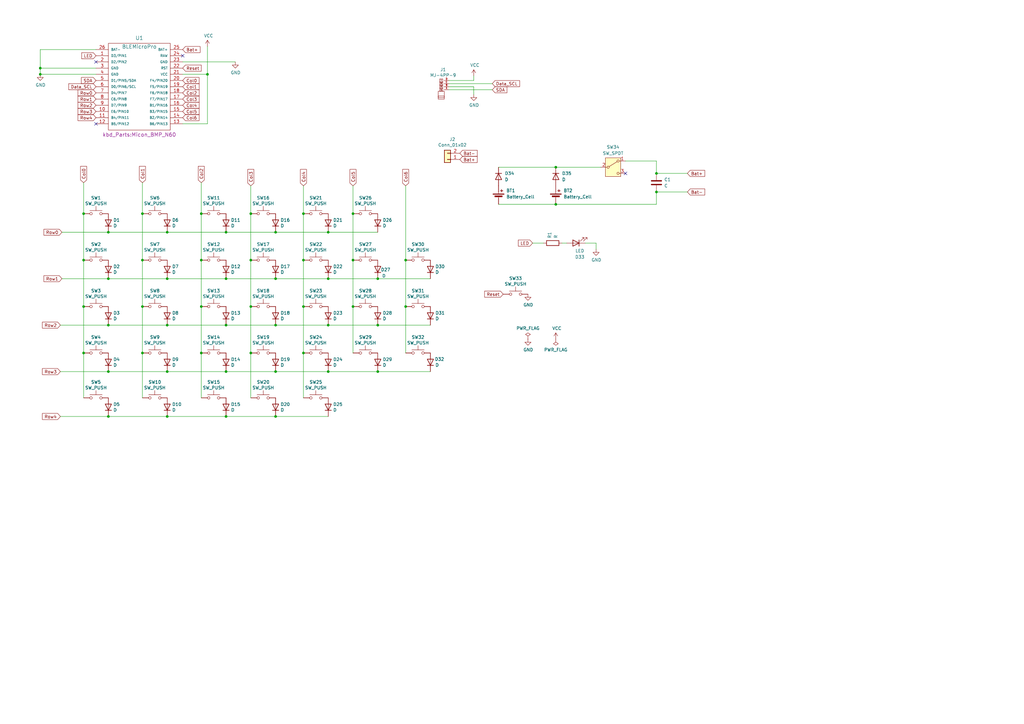
<source format=kicad_sch>
(kicad_sch (version 20250114) (generator "eeschema") (generator_version "9.0")
  (paper "A3")
  (lib_symbols
    (symbol "Connector_Generic:Conn_01x02" (pin_names (offset 1.016) (hide yes))
      (property "Reference" "J" (at 0 2.54 0))
      (property "Value" "Conn_01x02" (at 0 -5.08 0))
      (symbol "Conn_01x02_1_1"
        (rectangle (start -1.27 1.27) (end 1.27 -3.81) (stroke (width 0.254)) (fill (type background)))
        (rectangle (start -1.27 0.127) (end 0 -0.127) (stroke (width 0.1524)))
        (rectangle (start -1.27 -2.413) (end 0 -2.667) (stroke (width 0.1524)))
        (pin passive line (at -5.08 0 0) (length 3.81) (name "Pin_1") (number "1"))
        (pin passive line (at -5.08 -2.54 0) (length 3.81) (name "Pin_2") (number "2"))
      )
    )
    (symbol "D_1" (pin_numbers (hide yes)) (pin_names (offset 1.016) (hide yes))
      (property "Reference" "D" (at 0 2.54 0))
      (property "Value" "D" (at 0 -2.54 0))
      (symbol "D_1_0_1"
        (polyline (pts (xy -1.27 1.27) (xy -1.27 -1.27)) (stroke (width 0.254)))
        (polyline (pts (xy 1.27 1.27) (xy 1.27 -1.27) (xy -1.27 0) (xy 1.27 1.27)) (stroke (width 0.254)))
        (polyline (pts (xy 1.27 0) (xy -1.27 0)))
      )
      (symbol "D_1_1_1"
        (pin passive line (at -3.81 0 0) (length 2.54) (name "K") (number "1"))
        (pin passive line (at 3.81 0 180) (length 2.54) (name "A") (number "2"))
      )
    )
    (symbol "Device:Battery_Cell" (pin_numbers (hide yes)) (pin_names (offset 0) (hide yes))
      (property "Reference" "BT" (at 2.54 2.54 0))
      (property "Value" "Battery_Cell" (at 2.54 0 0))
      (symbol "Battery_Cell_0_1"
        (rectangle (start -2.286 1.778) (end 2.286 1.524) (fill (type outline)))
        (rectangle (start -1.524 1.016) (end 1.524 0.508) (fill (type outline)))
        (polyline (pts (xy 0 1.778) (xy 0 2.54)))
        (polyline (pts (xy 0 0.762) (xy 0 0)))
        (polyline (pts (xy 0.762 3.048) (xy 1.778 3.048)) (stroke (width 0.254)))
        (polyline (pts (xy 1.27 3.556) (xy 1.27 2.54)) (stroke (width 0.254)))
      )
      (symbol "Battery_Cell_1_1"
        (pin passive line (at 0 5.08 270) (length 2.54) (name "+") (number "1"))
        (pin passive line (at 0 -2.54 90) (length 2.54) (name "-") (number "2"))
      )
    )
    (symbol "Device:C" (pin_numbers (hide yes)) (pin_names (offset 0.254))
      (property "Reference" "C" (at 0.635 2.54 0))
      (property "Value" "C" (at 0.635 -2.54 0))
      (symbol "C_0_1"
        (polyline (pts (xy -2.032 0.762) (xy 2.032 0.762)) (stroke (width 0.508)))
        (polyline (pts (xy -2.032 -0.762) (xy 2.032 -0.762)) (stroke (width 0.508)))
      )
      (symbol "C_1_1"
        (pin passive line (at 0 3.81 270) (length 2.794) (name "~") (number "1"))
        (pin passive line (at 0 -3.81 90) (length 2.794) (name "~") (number "2"))
      )
    )
    (symbol "Device:D" (pin_numbers (hide yes)) (pin_names (offset 1.016) (hide yes))
      (property "Reference" "D" (at 0 2.54 0))
      (property "Value" "D" (at 0 -2.54 0))
      (symbol "D_0_1"
        (polyline (pts (xy -1.27 1.27) (xy -1.27 -1.27)) (stroke (width 0.254)))
        (polyline (pts (xy 1.27 1.27) (xy 1.27 -1.27) (xy -1.27 0) (xy 1.27 1.27)) (stroke (width 0.254)))
        (polyline (pts (xy 1.27 0) (xy -1.27 0)))
      )
      (symbol "D_1_1"
        (pin passive line (at -3.81 0 0) (length 2.54) (name "K") (number "1"))
        (pin passive line (at 3.81 0 180) (length 2.54) (name "A") (number "2"))
      )
    )
    (symbol "Device:LED" (pin_numbers (hide yes)) (pin_names (offset 1.016) (hide yes))
      (property "Reference" "D" (at 0 2.54 0))
      (property "Value" "LED" (at 0 -2.54 0))
      (symbol "LED_0_1"
        (polyline (pts (xy -3.048 -0.762) (xy -4.572 -2.286) (xy -3.81 -2.286) (xy -4.572 -2.286) (xy -4.572 -1.524)))
        (polyline (pts (xy -1.778 -0.762) (xy -3.302 -2.286) (xy -2.54 -2.286) (xy -3.302 -2.286) (xy -3.302 -1.524)))
        (polyline (pts (xy -1.27 0) (xy 1.27 0)))
        (polyline (pts (xy -1.27 -1.27) (xy -1.27 1.27)) (stroke (width 0.254)))
        (polyline (pts (xy 1.27 -1.27) (xy 1.27 1.27) (xy -1.27 0) (xy 1.27 -1.27)) (stroke (width 0.254)))
      )
      (symbol "LED_1_1"
        (pin passive line (at -3.81 0 0) (length 2.54) (name "K") (number "1"))
        (pin passive line (at 3.81 0 180) (length 2.54) (name "A") (number "2"))
      )
    )
    (symbol "Device:R" (pin_numbers (hide yes)) (pin_names (offset 0))
      (property "Reference" "R" (at 2.032 0 90))
      (property "Value" "R" (at 0 0 90))
      (symbol "R_0_1"
        (rectangle (start -1.016 -2.54) (end 1.016 2.54) (stroke (width 0.254)))
      )
      (symbol "R_1_1"
        (pin passive line (at 0 3.81 270) (length 1.27) (name "~") (number "1"))
        (pin passive line (at 0 -3.81 90) (length 1.27) (name "~") (number "2"))
      )
    )
    (symbol "Salicylic_kbd:Micon_BLEMicroPro" (pin_names (offset 1.016))
      (property "Reference" "U" (at 0 26.67 0))
      (property "Value" "Micon_BLEMicroPro" (at 0 -13.97 0))
      (symbol "Micon_BLEMicroPro_0_1"
        (rectangle (start 12.7 24.13) (end -12.7 -11.43))
      )
      (symbol "Micon_BLEMicroPro_1_1"
        (pin input line (at -17.78 21.59 0) (length 5.08) (name "BAT-") (number "26"))
        (pin bidirectional line (at -17.78 19.05 0) (length 5.08) (name "D3/PIN1") (number "1"))
        (pin bidirectional line (at -17.78 16.51 0) (length 5.08) (name "D2/PIN2") (number "2"))
        (pin power_in line (at -17.78 13.97 0) (length 5.08) (name "GND") (number "3"))
        (pin power_in line (at -17.78 11.43 0) (length 5.08) (name "GND") (number "4"))
        (pin bidirectional line (at -17.78 8.89 0) (length 5.08) (name "D1/PIN5/SDA") (number "5"))
        (pin bidirectional line (at -17.78 6.35 0) (length 5.08) (name "D0/PIN6/SCL") (number "6"))
        (pin bidirectional line (at -17.78 3.81 0) (length 5.08) (name "D4/PIN7") (number "7"))
        (pin bidirectional line (at -17.78 1.27 0) (length 5.08) (name "C6/PIN8") (number "8"))
        (pin bidirectional line (at -17.78 -1.27 0) (length 5.08) (name "D7/PIN9") (number "9"))
        (pin bidirectional line (at -17.78 -3.81 0) (length 5.08) (name "E6/PIN10") (number "10"))
        (pin bidirectional line (at -17.78 -6.35 0) (length 5.08) (name "B4/PIN11") (number "11"))
        (pin bidirectional line (at -17.78 -8.89 0) (length 5.08) (name "B5/PIN12") (number "12"))
        (pin input line (at 17.78 21.59 180) (length 5.08) (name "BAT+") (number "25"))
        (pin power_out line (at 17.78 19.05 180) (length 5.08) (name "RAW") (number "24"))
        (pin power_in line (at 17.78 16.51 180) (length 5.08) (name "GND") (number "23"))
        (pin input line (at 17.78 13.97 180) (length 5.08) (name "RST") (number "22"))
        (pin power_in line (at 17.78 11.43 180) (length 5.08) (name "VCC") (number "21"))
        (pin bidirectional line (at 17.78 8.89 180) (length 5.08) (name "F4/PIN20") (number "20"))
        (pin bidirectional line (at 17.78 6.35 180) (length 5.08) (name "F5/PIN19") (number "19"))
        (pin bidirectional line (at 17.78 3.81 180) (length 5.08) (name "F6/PIN18") (number "18"))
        (pin bidirectional line (at 17.78 1.27 180) (length 5.08) (name "F7/PIN17") (number "17"))
        (pin bidirectional line (at 17.78 -1.27 180) (length 5.08) (name "B1/PIN16") (number "16"))
        (pin bidirectional line (at 17.78 -3.81 180) (length 5.08) (name "B3/PIN15") (number "15"))
        (pin bidirectional line (at 17.78 -6.35 180) (length 5.08) (name "B2/PIN14") (number "14"))
        (pin bidirectional line (at 17.78 -8.89 180) (length 5.08) (name "B6/PIN13") (number "13"))
      )
    )
    (symbol "Salicylic_kbd:TRRS_MJ-4PP-9" (pin_names (offset 1.016))
      (property "Reference" "J" (at 0 5.08 0))
      (property "Value" "TRRS_MJ-4PP-9" (at 0 -6.985 0))
      (symbol "TRRS_MJ-4PP-9_0_0"
        (text "T" (at 0 2.54 0) (effects (font (size 0.6096 0.6096))))
        (text "R" (at 0 1.27 0) (effects (font (size 0.6096 0.6096))))
        (text "R" (at 0 0 0) (effects (font (size 0.6096 0.6096))))
        (text "S" (at 0 -1.27 0) (effects (font (size 0.6096 0.6096))))
      )
      (symbol "TRRS_MJ-4PP-9_0_1"
        (rectangle (start -1.27 -1.905) (end 1.27 -5.08))
        (rectangle (start -1.27 -3.81) (end 1.27 -4.445))
        (rectangle (start -0.635 3.175) (end 0.635 1.905))
        (rectangle (start -0.635 1.905) (end 0.635 0.635))
        (rectangle (start -0.635 0.635) (end 0.635 -0.635))
        (rectangle (start -0.635 -0.635) (end 0.635 -1.905))
      )
      (symbol "TRRS_MJ-4PP-9_1_1"
        (pin input line (at 3.175 2.54 180) (length 2.0066) (name "~") (number "D"))
        (pin input line (at 3.175 1.27 180) (length 2.0066) (name "~") (number "C"))
        (pin input line (at 3.175 0 180) (length 2.0066) (name "~") (number "B"))
        (pin input line (at 3.175 -1.27 180) (length 2.0066) (name "~") (number "A"))
      )
    )
    (symbol "Switch:SW_Push" (pin_numbers (hide yes)) (pin_names (offset 1.016) (hide yes))
      (property "Reference" "SW" (at 1.27 2.54 0))
      (property "Value" "SW_Push" (at 0 -1.524 0))
      (symbol "SW_Push_0_1"
        (circle (center -2.032 0) (radius 0.508))
        (polyline (pts (xy 0 1.27) (xy 0 3.048)))
        (circle (center 2.032 0) (radius 0.508))
        (polyline (pts (xy 2.54 1.27) (xy -2.54 1.27)))
        (pin passive line (at -5.08 0 0) (length 2.54) (name "1") (number "1"))
        (pin passive line (at 5.08 0 180) (length 2.54) (name "2") (number "2"))
      )
    )
    (symbol "Switch:SW_SPDT" (pin_names (offset 0) (hide yes))
      (property "Reference" "SW" (at 0 5.08 0))
      (property "Value" "SW_SPDT" (at 0 -5.08 0))
      (symbol "SW_SPDT_0_1"
        (circle (center -2.032 0) (radius 0.4572))
        (polyline (pts (xy -1.651 0.254) (xy 1.651 2.286)))
        (circle (center 2.032 2.54) (radius 0.4572))
        (circle (center 2.032 -2.54) (radius 0.4572))
      )
      (symbol "SW_SPDT_1_1"
        (rectangle (start -3.175 3.81) (end 3.175 -3.81) (fill (type background)))
        (pin passive line (at -5.08 0 0) (length 2.54) (name "B") (number "2"))
        (pin passive line (at 5.08 2.54 180) (length 2.54) (name "A") (number "1"))
        (pin passive line (at 5.08 -2.54 180) (length 2.54) (name "C") (number "3"))
      )
    )
    (symbol "power:GND" (power) (pin_names (offset 0))
      (property "Value" "GND" (at 0 -3.81 0))
      (symbol "GND_0_1"
        (polyline (pts (xy 0 0) (xy 0 -1.27) (xy 1.27 -1.27) (xy 0 -2.54) (xy -1.27 -1.27) (xy 0 -1.27)))
      )
      (symbol "GND_1_1"
        (pin power_in line (at 0 0 270) (length 0) (hide yes) (name "GND") (number "1"))
      )
    )
    (symbol "power:PWR_FLAG" (power) (pin_numbers (hide yes)) (pin_names (offset 0) (hide yes))
      (property "Value" "PWR_FLAG" (at 0 3.81 0))
      (symbol "PWR_FLAG_0_0"
        (pin power_out line (at 0 0 90) (length 0) (name "pwr") (number "1"))
      )
      (symbol "PWR_FLAG_0_1"
        (polyline (pts (xy 0 0) (xy 0 1.27) (xy -1.016 1.905) (xy 0 2.54) (xy 1.016 1.905) (xy 0 1.27)))
      )
    )
    (symbol "power:VCC" (power) (pin_names (offset 0))
      (property "Value" "VCC" (at 0 3.81 0))
      (symbol "VCC_0_1"
        (polyline (pts (xy -0.762 1.27) (xy 0 2.54)))
        (polyline (pts (xy 0 2.54) (xy 0.762 1.27)))
        (polyline (pts (xy 0 0) (xy 0 2.54)))
      )
      (symbol "VCC_1_1"
        (pin power_in line (at 0 0 90) (length 0) (hide yes) (name "VCC") (number "1"))
      )
    )
  )
  (junction (at 166.37 106.68))
  (junction (at 82.55 144.78))
  (junction (at 92.71 95.25))
  (junction (at 92.71 152.4))
  (junction (at 102.87 144.78))
  (junction (at 58.42 144.78))
  (junction (at 227.965 83.82))
  (junction (at 113.03 114.3))
  (junction (at 68.58 114.3))
  (junction (at 113.03 170.815))
  (junction (at 124.46 106.68))
  (junction (at 166.37 125.73))
  (junction (at 44.45 95.25))
  (junction (at 102.87 125.73))
  (junction (at 34.29 87.63))
  (junction (at 82.55 125.73))
  (junction (at 16.51 30.48))
  (junction (at 113.03 95.25))
  (junction (at 68.58 170.815))
  (junction (at 44.45 170.815))
  (junction (at 92.71 133.35))
  (junction (at 154.94 114.3))
  (junction (at 68.58 133.35))
  (junction (at 44.45 114.3))
  (junction (at 154.94 152.4))
  (junction (at 134.62 114.3))
  (junction (at 92.71 170.815))
  (junction (at 113.03 133.35))
  (junction (at 227.965 68.58))
  (junction (at 44.45 152.4))
  (junction (at 34.29 125.73))
  (junction (at 68.58 95.25))
  (junction (at 113.03 152.4))
  (junction (at 269.24 71.12))
  (junction (at 16.51 27.94))
  (junction (at 82.55 106.68))
  (junction (at 124.46 125.73))
  (junction (at 58.42 87.63))
  (junction (at 68.58 152.4))
  (junction (at 85.09 30.48))
  (junction (at 82.55 87.63))
  (junction (at 124.46 87.63))
  (junction (at 44.45 133.35))
  (junction (at 124.46 144.78))
  (junction (at 34.29 106.68))
  (junction (at 144.78 106.68))
  (junction (at 144.78 87.63))
  (junction (at 102.87 87.63))
  (junction (at 134.62 95.25))
  (junction (at 58.42 125.73))
  (junction (at 134.62 133.35))
  (junction (at 269.24 78.74))
  (junction (at 92.71 114.3))
  (junction (at 34.29 144.78))
  (junction (at 58.42 106.68))
  (junction (at 154.94 133.35))
  (junction (at 134.62 152.4))
  (junction (at 102.87 106.68))
  (junction (at 144.78 125.73))
  (no_connect (at 256.54 71.12))
  (no_connect (at 74.93 22.86))
  (no_connect (at 39.37 50.8))
  (no_connect (at 39.37 25.4))
  (wire (pts (xy 218.44 99.695) (xy 222.885 99.695)))
  (wire (pts (xy 154.94 114.3) (xy 176.53 114.3)))
  (wire (pts (xy 39.37 20.32) (xy 16.51 20.32)))
  (wire (pts (xy 34.29 87.63) (xy 34.29 106.68)))
  (wire (pts (xy 34.29 144.78) (xy 34.29 163.195)))
  (wire (pts (xy 82.55 125.73) (xy 82.55 144.78)))
  (wire (pts (xy 58.42 144.78) (xy 58.42 163.195)))
  (wire (pts (xy 82.55 144.78) (xy 82.55 163.195)))
  (wire (pts (xy 92.71 133.35) (xy 113.03 133.35)))
  (wire (pts (xy 44.45 152.4) (xy 68.58 152.4)))
  (wire (pts (xy 240.03 99.695) (xy 244.475 99.695)))
  (wire (pts (xy 58.42 74.93) (xy 58.42 87.63)))
  (wire (pts (xy 68.58 133.35) (xy 92.71 133.35)))
  (wire (pts (xy 92.71 170.815) (xy 113.03 170.815)))
  (wire (pts (xy 184.15 35.56) (xy 194.31 35.56)))
  (wire (pts (xy 134.62 114.3) (xy 154.94 114.3)))
  (wire (pts (xy 227.965 83.82) (xy 269.24 83.82)))
  (wire (pts (xy 134.62 152.4) (xy 154.94 152.4)))
  (wire (pts (xy 244.475 99.695) (xy 244.475 102.235)))
  (wire (pts (xy 92.71 95.25) (xy 113.03 95.25)))
  (wire (pts (xy 58.42 87.63) (xy 58.42 106.68)))
  (wire (pts (xy 92.71 114.3) (xy 113.03 114.3)))
  (wire (pts (xy 113.03 95.25) (xy 134.62 95.25)))
  (wire (pts (xy 24.765 133.35) (xy 44.45 133.35)))
  (wire (pts (xy 102.87 76.2) (xy 102.87 87.63)))
  (wire (pts (xy 34.29 125.73) (xy 34.29 144.78)))
  (wire (pts (xy 74.93 50.8) (xy 85.09 50.8)))
  (wire (pts (xy 144.78 76.2) (xy 144.78 87.63)))
  (wire (pts (xy 39.37 30.48) (xy 16.51 30.48)))
  (wire (pts (xy 34.29 106.68) (xy 34.29 125.73)))
  (wire (pts (xy 68.58 95.25) (xy 92.71 95.25)))
  (wire (pts (xy 194.31 35.56) (xy 194.31 38.735)))
  (wire (pts (xy 85.09 30.48) (xy 85.09 19.05)))
  (wire (pts (xy 34.29 74.93) (xy 34.29 87.63)))
  (wire (pts (xy 68.58 114.3) (xy 92.71 114.3)))
  (wire (pts (xy 82.55 106.68) (xy 82.55 125.73)))
  (wire (pts (xy 82.55 74.93) (xy 82.55 87.63)))
  (wire (pts (xy 113.03 152.4) (xy 134.62 152.4)))
  (wire (pts (xy 184.15 36.83) (xy 201.93 36.83)))
  (wire (pts (xy 227.965 68.58) (xy 246.38 68.58)))
  (wire (pts (xy 44.45 133.35) (xy 68.58 133.35)))
  (wire (pts (xy 102.87 87.63) (xy 102.87 106.68)))
  (wire (pts (xy 269.24 83.82) (xy 269.24 78.74)))
  (wire (pts (xy 113.03 114.3) (xy 134.62 114.3)))
  (wire (pts (xy 39.37 27.94) (xy 16.51 27.94)))
  (wire (pts (xy 256.54 66.04) (xy 269.24 66.04)))
  (wire (pts (xy 134.62 95.25) (xy 154.94 95.25)))
  (wire (pts (xy 24.765 152.4) (xy 44.45 152.4)))
  (wire (pts (xy 269.24 78.74) (xy 281.94 78.74)))
  (wire (pts (xy 166.37 106.68) (xy 166.37 125.73)))
  (wire (pts (xy 144.78 87.63) (xy 144.78 106.68)))
  (wire (pts (xy 58.42 125.73) (xy 58.42 144.78)))
  (wire (pts (xy 68.58 170.815) (xy 92.71 170.815)))
  (wire (pts (xy 44.45 170.815) (xy 68.58 170.815)))
  (wire (pts (xy 85.09 50.8) (xy 85.09 30.48)))
  (wire (pts (xy 68.58 152.4) (xy 92.71 152.4)))
  (wire (pts (xy 102.87 125.73) (xy 102.87 144.78)))
  (wire (pts (xy 16.51 27.94) (xy 16.51 30.48)))
  (wire (pts (xy 154.94 152.4) (xy 176.53 152.4)))
  (wire (pts (xy 58.42 106.68) (xy 58.42 125.73)))
  (wire (pts (xy 16.51 20.32) (xy 16.51 27.94)))
  (wire (pts (xy 24.765 170.815) (xy 44.45 170.815)))
  (wire (pts (xy 124.46 76.2) (xy 124.46 87.63)))
  (wire (pts (xy 102.87 144.78) (xy 102.87 163.195)))
  (wire (pts (xy 96.52 25.4) (xy 74.93 25.4)))
  (wire (pts (xy 124.46 106.68) (xy 124.46 125.73)))
  (wire (pts (xy 184.15 34.29) (xy 201.93 34.29)))
  (wire (pts (xy 230.505 99.695) (xy 232.41 99.695)))
  (wire (pts (xy 44.45 114.3) (xy 68.58 114.3)))
  (wire (pts (xy 124.46 87.63) (xy 124.46 106.68)))
  (wire (pts (xy 204.47 83.82) (xy 227.965 83.82)))
  (wire (pts (xy 184.15 33.02) (xy 194.31 33.02)))
  (wire (pts (xy 144.78 106.68) (xy 144.78 125.73)))
  (wire (pts (xy 176.53 133.35) (xy 154.94 133.35)))
  (wire (pts (xy 92.71 152.4) (xy 113.03 152.4)))
  (wire (pts (xy 194.31 33.02) (xy 194.31 31.115)))
  (wire (pts (xy 25.4 114.3) (xy 44.45 114.3)))
  (wire (pts (xy 166.37 125.73) (xy 166.37 144.78)))
  (wire (pts (xy 269.24 66.04) (xy 269.24 71.12)))
  (wire (pts (xy 204.47 68.58) (xy 227.965 68.58)))
  (wire (pts (xy 124.46 144.78) (xy 124.46 163.195)))
  (wire (pts (xy 102.87 106.68) (xy 102.87 125.73)))
  (wire (pts (xy 134.62 133.35) (xy 154.94 133.35)))
  (wire (pts (xy 269.24 71.12) (xy 281.94 71.12)))
  (wire (pts (xy 144.78 125.73) (xy 144.78 144.78)))
  (wire (pts (xy 166.37 76.2) (xy 166.37 106.68)))
  (wire (pts (xy 74.93 30.48) (xy 85.09 30.48)))
  (wire (pts (xy 44.45 95.25) (xy 68.58 95.25)))
  (wire (pts (xy 25.4 95.25) (xy 44.45 95.25)))
  (wire (pts (xy 82.55 87.63) (xy 82.55 106.68)))
  (wire (pts (xy 113.03 170.815) (xy 134.62 170.815)))
  (wire (pts (xy 124.46 125.73) (xy 124.46 144.78)))
  (wire (pts (xy 113.03 133.35) (xy 134.62 133.35)))
  (global_label "Bat-" (shape input) (at 188.595 62.865 0) (property "Intersheetrefs" "${INTERSHEET_REFS}" (effects (hide yes))))
  (global_label "Bat+" (shape input) (at 188.595 65.405 0) (property "Intersheetrefs" "${INTERSHEET_REFS}" (effects (hide yes))))
  (global_label "SDA" (shape input) (at 39.37 33.02 180) (property "Intersheetrefs" "${INTERSHEET_REFS}" (effects (hide yes))))
  (global_label "Col0" (shape input) (at 74.93 33.02 0) (property "Intersheetrefs" "${INTERSHEET_REFS}" (effects (hide yes))))
  (global_label "Col2" (shape input) (at 82.55 74.93 90) (property "Intersheetrefs" "${INTERSHEET_REFS}" (effects (hide yes))))
  (global_label "Row4" (shape input) (at 39.37 48.26 180) (property "Intersheetrefs" "${INTERSHEET_REFS}" (effects (hide yes))))
  (global_label "Row1" (shape input) (at 25.4 114.3 180) (property "Intersheetrefs" "${INTERSHEET_REFS}" (effects (hide yes))))
  (global_label "Col2" (shape input) (at 74.93 38.1 0) (property "Intersheetrefs" "${INTERSHEET_REFS}" (effects (hide yes))))
  (global_label "Col0" (shape input) (at 34.29 74.93 90) (property "Intersheetrefs" "${INTERSHEET_REFS}" (effects (hide yes))))
  (global_label "Data_SCL" (shape input) (at 39.37 35.56 180) (property "Intersheetrefs" "${INTERSHEET_REFS}" (effects (hide yes))))
  (global_label "Row2" (shape input) (at 24.765 133.35 180) (property "Intersheetrefs" "${INTERSHEET_REFS}" (effects (hide yes))))
  (global_label "Reset" (shape input) (at 74.93 27.94 0) (property "Intersheetrefs" "${INTERSHEET_REFS}" (effects (hide yes))))
  (global_label "Bat+" (shape input) (at 281.94 71.12 0) (property "Intersheetrefs" "${INTERSHEET_REFS}" (effects (hide yes))))
  (global_label "SDA" (shape input) (at 201.93 36.83 0) (property "Intersheetrefs" "${INTERSHEET_REFS}" (effects (hide yes))))
  (global_label "Row0" (shape input) (at 25.4 95.25 180) (property "Intersheetrefs" "${INTERSHEET_REFS}" (effects (hide yes))))
  (global_label "Row3" (shape input) (at 39.37 45.72 180) (property "Intersheetrefs" "${INTERSHEET_REFS}" (effects (hide yes))))
  (global_label "Col3" (shape input) (at 102.87 76.2 90) (property "Intersheetrefs" "${INTERSHEET_REFS}" (effects (hide yes))))
  (global_label "Row0" (shape input) (at 39.37 38.1 180) (property "Intersheetrefs" "${INTERSHEET_REFS}" (effects (hide yes))))
  (global_label "Col1" (shape input) (at 58.42 74.93 90) (property "Intersheetrefs" "${INTERSHEET_REFS}" (effects (hide yes))))
  (global_label "Reset" (shape input) (at 206.375 120.65 180) (property "Intersheetrefs" "${INTERSHEET_REFS}" (effects (hide yes))))
  (global_label "LED" (shape input) (at 218.44 99.695 180) (property "Intersheetrefs" "${INTERSHEET_REFS}" (effects (hide yes))))
  (global_label "Col5" (shape input) (at 144.78 76.2 90) (property "Intersheetrefs" "${INTERSHEET_REFS}" (effects (hide yes))))
  (global_label "Col3" (shape input) (at 74.93 40.64 0) (property "Intersheetrefs" "${INTERSHEET_REFS}" (effects (hide yes))))
  (global_label "Col1" (shape input) (at 74.93 35.56 0) (property "Intersheetrefs" "${INTERSHEET_REFS}" (effects (hide yes))))
  (global_label "LED" (shape input) (at 39.37 22.86 180) (property "Intersheetrefs" "${INTERSHEET_REFS}" (effects (hide yes))))
  (global_label "Bat-" (shape input) (at 281.94 78.74 0) (property "Intersheetrefs" "${INTERSHEET_REFS}" (effects (hide yes))))
  (global_label "Col6" (shape input) (at 74.93 48.26 0) (property "Intersheetrefs" "${INTERSHEET_REFS}" (effects (hide yes))))
  (global_label "Col6" (shape input) (at 166.37 76.2 90) (property "Intersheetrefs" "${INTERSHEET_REFS}" (effects (hide yes))))
  (global_label "Col4" (shape input) (at 74.93 43.18 0) (property "Intersheetrefs" "${INTERSHEET_REFS}" (effects (hide yes))))
  (global_label "Row3" (shape input) (at 24.765 152.4 180) (property "Intersheetrefs" "${INTERSHEET_REFS}" (effects (hide yes))))
  (global_label "Col5" (shape input) (at 74.93 45.72 0) (property "Intersheetrefs" "${INTERSHEET_REFS}" (effects (hide yes))))
  (global_label "Row1" (shape input) (at 39.37 40.64 180) (property "Intersheetrefs" "${INTERSHEET_REFS}" (effects (hide yes))))
  (global_label "Row4" (shape input) (at 24.765 170.815 180) (property "Intersheetrefs" "${INTERSHEET_REFS}" (effects (hide yes))))
  (global_label "Bat+" (shape input) (at 74.93 20.32 0) (property "Intersheetrefs" "${INTERSHEET_REFS}" (effects (hide yes))))
  (global_label "Row2" (shape input) (at 39.37 43.18 180) (property "Intersheetrefs" "${INTERSHEET_REFS}" (effects (hide yes))))
  (global_label "Data_SCL" (shape input) (at 201.93 34.29 0) (property "Intersheetrefs" "${INTERSHEET_REFS}" (effects (hide yes))))
  (global_label "Col4" (shape input) (at 124.46 76.2 90) (property "Intersheetrefs" "${INTERSHEET_REFS}" (effects (hide yes))))
  (symbol (lib_id "Salicylic_kbd:Micon_BLEMicroPro") (at 57.15 41.91 0) (unit 1)
    (property "Reference" "U1" (at 57.15 15.5702 0) (effects (font (size 1.524 1.524))))
    (property "Value" "BLEMicroPro" (at 57.15 18.2626 0) (effects (font (size 1.524 1.524)) (justify top)))
    (property "Footprint" "kbd_Parts:Micon_BMP_N60" (at 57.15 55.245 0) (effects (font (size 1.524 1.524))))
  )
  (symbol (lib_id "power:GND") (at 96.52 25.4 0) (unit 1)
    (property "Reference" "#PWR03" (effects (hide yes)))
    (property "Value" "GND" (at 96.647 29.7942 0))
  )
  (symbol (lib_id "power:VCC") (at 85.09 19.05 0) (unit 1)
    (property "Reference" "#PWR02" (effects (hide yes)))
    (property "Value" "VCC" (at 85.5218 14.6558 0))
  )
  (symbol (lib_id "power:GND") (at 16.51 30.48 0) (unit 1)
    (property "Reference" "#PWR01" (effects (hide yes)))
    (property "Value" "GND" (at 16.637 34.8742 0))
  )
  (symbol (lib_id "Switch:SW_Push") (at 63.5 87.63 0) (unit 1)
    (property "Reference" "SW6" (at 63.5 81.153 0))
    (property "Value" "SW_PUSH" (at 63.5 83.4644 0))
    (property "Footprint" "kbd_SW_PCBA:Choc_v2_Hotswap_1u" (effects (hide yes)))
  )
  (symbol (lib_id "Switch:SW_Push") (at 39.37 87.63 0) (unit 1)
    (property "Reference" "SW1" (at 39.37 81.153 0))
    (property "Value" "SW_PUSH" (at 39.37 83.4644 0))
    (property "Footprint" "kbd_SW_PCBA:Choc_v2_Hotswap_1u" (effects (hide yes)))
  )
  (symbol (lib_id "Switch:SW_Push") (at 39.37 106.68 0) (unit 1)
    (property "Reference" "SW2" (at 39.37 100.203 0))
    (property "Value" "SW_PUSH" (at 39.37 102.5144 0))
    (property "Footprint" "kbd_SW_PCBA:Choc_v2_Hotswap_1u" (effects (hide yes)))
  )
  (symbol (lib_id "Switch:SW_Push") (at 63.5 106.68 0) (unit 1)
    (property "Reference" "SW7" (at 63.5 100.203 0))
    (property "Value" "SW_PUSH" (at 63.5 102.5144 0))
    (property "Footprint" "kbd_SW_PCBA:Choc_v2_Hotswap_1u" (effects (hide yes)))
  )
  (symbol (lib_id "Device:D") (at 44.45 91.44 90) (unit 1)
    (property "Reference" "D1" (at 46.4566 90.2716 90) (effects (justify right)))
    (property "Value" "D" (at 46.4566 92.583 90) (effects (justify right)))
    (property "Footprint" "kbd_Parts:Diode_SMD" (effects (hide yes)))
  )
  (symbol (lib_id "Device:D") (at 68.58 91.44 90) (unit 1)
    (property "Reference" "D6" (at 70.5866 90.2716 90) (effects (justify right)))
    (property "Value" "D" (at 70.5866 92.583 90) (effects (justify right)))
    (property "Footprint" "kbd_Parts:Diode_SMD" (effects (hide yes)))
  )
  (symbol (lib_id "Device:D") (at 68.58 110.49 90) (unit 1)
    (property "Reference" "D7" (at 70.5866 109.3216 90) (effects (justify right)))
    (property "Value" "D" (at 70.5866 111.633 90) (effects (justify right)))
    (property "Footprint" "kbd_Parts:Diode_SMD" (effects (hide yes)))
  )
  (symbol (lib_id "Device:D") (at 44.45 110.49 90) (unit 1)
    (property "Reference" "D2" (at 46.4566 109.3216 90) (effects (justify right)))
    (property "Value" "D" (at 46.4566 111.633 90) (effects (justify right)))
    (property "Footprint" "kbd_Parts:Diode_SMD" (effects (hide yes)))
  )
  (symbol (lib_id "Switch:SW_Push") (at 107.95 87.63 0) (unit 1)
    (property "Reference" "SW16" (at 107.95 81.153 0))
    (property "Value" "SW_PUSH" (at 107.95 83.4644 0))
    (property "Footprint" "kbd_SW_PCBA:Choc_v2_Hotswap_1u" (effects (hide yes)))
  )
  (symbol (lib_id "Switch:SW_Push") (at 129.54 87.63 0) (unit 1)
    (property "Reference" "SW21" (at 129.54 81.153 0))
    (property "Value" "SW_PUSH" (at 129.54 83.4644 0))
    (property "Footprint" "kbd_SW_PCBA:Choc_v2_Hotswap_1u" (effects (hide yes)))
  )
  (symbol (lib_id "Switch:SW_Push") (at 149.86 87.63 0) (unit 1)
    (property "Reference" "SW26" (at 149.86 81.153 0))
    (property "Value" "SW_PUSH" (at 149.86 83.4644 0))
    (property "Footprint" "kbd_SW_PCBA:Choc_v2_Hotswap_1u" (effects (hide yes)))
  )
  (symbol (lib_id "Switch:SW_Push") (at 87.63 87.63 0) (unit 1)
    (property "Reference" "SW11" (at 87.63 81.153 0))
    (property "Value" "SW_PUSH" (at 87.63 83.4644 0))
    (property "Footprint" "kbd_SW_PCBA:Choc_v2_Hotswap_1u" (effects (hide yes)))
  )
  (symbol (lib_id "Switch:SW_Push") (at 107.95 125.73 0) (unit 1)
    (property "Reference" "SW18" (at 107.95 119.253 0))
    (property "Value" "SW_PUSH" (at 107.95 121.5644 0))
    (property "Footprint" "kbd_SW_PCBA:Choc_v2_Hotswap_1u" (effects (hide yes)))
  )
  (symbol (lib_id "Switch:SW_Push") (at 107.95 106.68 0) (unit 1)
    (property "Reference" "SW17" (at 107.95 100.203 0))
    (property "Value" "SW_PUSH" (at 107.95 102.5144 0))
    (property "Footprint" "kbd_SW_PCBA:Choc_v2_Hotswap_1u" (effects (hide yes)))
  )
  (symbol (lib_id "Switch:SW_Push") (at 129.54 106.68 0) (unit 1)
    (property "Reference" "SW22" (at 129.54 100.203 0))
    (property "Value" "SW_PUSH" (at 129.54 102.5144 0))
    (property "Footprint" "kbd_SW_PCBA:Choc_v2_Hotswap_1u" (effects (hide yes)))
  )
  (symbol (lib_id "Switch:SW_Push") (at 149.86 106.68 0) (unit 1)
    (property "Reference" "SW27" (at 149.86 100.203 0))
    (property "Value" "SW_PUSH" (at 149.86 102.5144 0))
    (property "Footprint" "kbd_SW_PCBA:Choc_v2_Hotswap_1u" (effects (hide yes)))
  )
  (symbol (lib_id "Switch:SW_Push") (at 87.63 106.68 0) (unit 1)
    (property "Reference" "SW12" (at 87.63 100.203 0))
    (property "Value" "SW_PUSH" (at 87.63 102.5144 0))
    (property "Footprint" "kbd_SW_PCBA:Choc_v2_Hotswap_1u" (effects (hide yes)))
  )
  (symbol (lib_id "Switch:SW_Push") (at 39.37 125.73 0) (unit 1)
    (property "Reference" "SW3" (at 39.37 119.253 0))
    (property "Value" "SW_PUSH" (at 39.37 121.5644 0))
    (property "Footprint" "kbd_SW_PCBA:Choc_v2_Hotswap_1.25u" (effects (hide yes)))
  )
  (symbol (lib_id "Switch:SW_Push") (at 39.37 144.78 0) (unit 1)
    (property "Reference" "SW4" (at 39.37 138.303 0))
    (property "Value" "SW_PUSH" (at 39.37 140.6144 0))
    (property "Footprint" "kbd_SW_PCBA:Choc_v2_Hotswap_1.5u" (effects (hide yes)))
  )
  (symbol (lib_id "Switch:SW_Push") (at 63.5 125.73 0) (unit 1)
    (property "Reference" "SW8" (at 63.5 119.253 0))
    (property "Value" "SW_PUSH" (at 63.5 121.5644 0))
    (property "Footprint" "kbd_SW_PCBA:Choc_v2_Hotswap_1u" (effects (hide yes)))
  )
  (symbol (lib_id "Switch:SW_Push") (at 63.5 144.78 0) (unit 1)
    (property "Reference" "SW9" (at 63.5 138.303 0))
    (property "Value" "SW_PUSH" (at 63.5 140.6144 0))
    (property "Footprint" "kbd_SW_PCBA:Choc_v2_Hotswap_1u" (effects (hide yes)))
  )
  (symbol (lib_id "Switch:SW_Push") (at 87.63 125.73 0) (unit 1)
    (property "Reference" "SW13" (at 87.63 119.253 0))
    (property "Value" "SW_PUSH" (at 87.63 121.5644 0))
    (property "Footprint" "kbd_SW_PCBA:Choc_v2_Hotswap_1u" (effects (hide yes)))
  )
  (symbol (lib_id "Switch:SW_Push") (at 87.63 144.78 0) (unit 1)
    (property "Reference" "SW14" (at 87.63 138.303 0))
    (property "Value" "SW_PUSH" (at 87.63 140.6144 0))
    (property "Footprint" "kbd_SW_PCBA:Choc_v2_Hotswap_1u" (effects (hide yes)))
  )
  (symbol (lib_id "Switch:SW_Push") (at 107.95 144.78 0) (unit 1)
    (property "Reference" "SW19" (at 107.95 138.303 0))
    (property "Value" "SW_PUSH" (at 107.95 140.6144 0))
    (property "Footprint" "kbd_SW_PCBA:Choc_v2_Hotswap_1u" (effects (hide yes)))
  )
  (symbol (lib_id "Switch:SW_Push") (at 129.54 144.78 0) (unit 1)
    (property "Reference" "SW24" (at 129.54 138.303 0))
    (property "Value" "SW_PUSH" (at 129.54 140.6144 0))
    (property "Footprint" "kbd_SW_PCBA:Choc_v2_Hotswap_1u" (effects (hide yes)))
  )
  (symbol (lib_id "Switch:SW_Push") (at 149.86 144.78 0) (unit 1)
    (property "Reference" "SW29" (at 149.86 138.303 0))
    (property "Value" "SW_PUSH" (at 149.86 140.6144 0))
    (property "Footprint" "kbd_SW_PCBA:Choc_v2_Hotswap_1u" (effects (hide yes)))
  )
  (symbol (lib_id "Switch:SW_Push") (at 129.54 125.73 0) (unit 1)
    (property "Reference" "SW23" (at 129.54 119.253 0))
    (property "Value" "SW_PUSH" (at 129.54 121.5644 0))
    (property "Footprint" "kbd_SW_PCBA:Choc_v2_Hotswap_1u" (effects (hide yes)))
  )
  (symbol (lib_id "Switch:SW_Push") (at 149.86 125.73 0) (unit 1)
    (property "Reference" "SW28" (at 149.86 119.253 0))
    (property "Value" "SW_PUSH" (at 149.86 121.5644 0))
    (property "Footprint" "kbd_SW_PCBA:Choc_v2_Hotswap_1u" (effects (hide yes)))
  )
  (symbol (lib_id "Device:D") (at 92.71 91.44 90) (unit 1)
    (property "Reference" "D11" (at 94.7166 90.2716 90) (effects (justify right)))
    (property "Value" "D" (at 94.7166 92.583 90) (effects (justify right)))
    (property "Footprint" "kbd_Parts:Diode_SMD" (effects (hide yes)))
  )
  (symbol (lib_id "Device:D") (at 113.03 91.44 90) (unit 1)
    (property "Reference" "D16" (at 115.0366 90.2716 90) (effects (justify right)))
    (property "Value" "D" (at 115.0366 92.583 90) (effects (justify right)))
    (property "Footprint" "kbd_Parts:Diode_SMD" (effects (hide yes)))
  )
  (symbol (lib_id "Device:D") (at 134.62 91.44 90) (unit 1)
    (property "Reference" "D21" (at 136.6266 90.2716 90) (effects (justify right)))
    (property "Value" "D" (at 136.6266 92.583 90) (effects (justify right)))
    (property "Footprint" "kbd_Parts:Diode_SMD" (effects (hide yes)))
  )
  (symbol (lib_id "Device:D") (at 154.94 91.44 90) (unit 1)
    (property "Reference" "D26" (at 156.9466 90.2716 90) (effects (justify right)))
    (property "Value" "D" (at 156.9466 92.583 90) (effects (justify right)))
    (property "Footprint" "kbd_Parts:Diode_SMD" (effects (hide yes)))
  )
  (symbol (lib_id "Device:D") (at 154.94 110.49 90) (unit 1)
    (property "Reference" "D27" (at 156.21 110.617 90) (effects (justify right)))
    (property "Value" "D" (at 156.718 113.157 90) (effects (justify right)))
    (property "Footprint" "kbd_Parts:Diode_SMD" (effects (hide yes)))
  )
  (symbol (lib_id "Device:D") (at 154.94 129.54 90) (unit 1)
    (property "Reference" "D28" (at 156.9466 128.3716 90) (effects (justify right)))
    (property "Value" "D" (at 156.9466 130.683 90) (effects (justify right)))
    (property "Footprint" "kbd_Parts:Diode_SMD" (effects (hide yes)))
  )
  (symbol (lib_id "Device:D") (at 154.94 148.59 90) (unit 1)
    (property "Reference" "D29" (at 156.9466 147.4216 90) (effects (justify right)))
    (property "Value" "D" (at 156.9466 149.733 90) (effects (justify right)))
    (property "Footprint" "kbd_Parts:Diode_SMD" (effects (hide yes)))
  )
  (symbol (lib_id "Device:D") (at 134.62 148.59 90) (unit 1)
    (property "Reference" "D24" (at 136.6266 147.4216 90) (effects (justify right)))
    (property "Value" "D" (at 136.6266 149.733 90) (effects (justify right)))
    (property "Footprint" "kbd_Parts:Diode_SMD" (effects (hide yes)))
  )
  (symbol (lib_id "Device:D") (at 134.62 129.54 90) (unit 1)
    (property "Reference" "D23" (at 136.6266 128.3716 90) (effects (justify right)))
    (property "Value" "D" (at 136.6266 130.683 90) (effects (justify right)))
    (property "Footprint" "kbd_Parts:Diode_SMD" (effects (hide yes)))
  )
  (symbol (lib_id "Device:D") (at 134.62 110.49 90) (unit 1)
    (property "Reference" "D22" (at 136.6266 109.3216 90) (effects (justify right)))
    (property "Value" "D" (at 136.6266 111.633 90) (effects (justify right)))
    (property "Footprint" "kbd_Parts:Diode_SMD" (effects (hide yes)))
  )
  (symbol (lib_id "Device:D") (at 113.03 110.49 90) (unit 1)
    (property "Reference" "D17" (at 115.0366 109.3216 90) (effects (justify right)))
    (property "Value" "D" (at 115.0366 111.633 90) (effects (justify right)))
    (property "Footprint" "kbd_Parts:Diode_SMD" (effects (hide yes)))
  )
  (symbol (lib_id "Device:D") (at 92.71 110.49 90) (unit 1)
    (property "Reference" "D12" (at 94.7166 109.3216 90) (effects (justify right)))
    (property "Value" "D" (at 94.7166 111.633 90) (effects (justify right)))
    (property "Footprint" "kbd_Parts:Diode_SMD" (effects (hide yes)))
  )
  (symbol (lib_id "Device:D") (at 92.71 129.54 90) (unit 1)
    (property "Reference" "D13" (at 94.7166 128.3716 90) (effects (justify right)))
    (property "Value" "D" (at 94.7166 130.683 90) (effects (justify right)))
    (property "Footprint" "kbd_Parts:Diode_SMD" (effects (hide yes)))
  )
  (symbol (lib_id "Device:D") (at 113.03 129.54 90) (unit 1)
    (property "Reference" "D18" (at 115.0366 128.3716 90) (effects (justify right)))
    (property "Value" "D" (at 115.0366 130.683 90) (effects (justify right)))
    (property "Footprint" "kbd_Parts:Diode_SMD" (effects (hide yes)))
  )
  (symbol (lib_id "Device:D") (at 113.03 148.59 90) (unit 1)
    (property "Reference" "D19" (at 115.0366 147.4216 90) (effects (justify right)))
    (property "Value" "D" (at 115.0366 149.733 90) (effects (justify right)))
    (property "Footprint" "kbd_Parts:Diode_SMD" (effects (hide yes)))
  )
  (symbol (lib_id "Device:D") (at 92.71 148.59 90) (unit 1)
    (property "Reference" "D14" (at 94.7166 147.4216 90) (effects (justify right)))
    (property "Value" "D" (at 94.7166 149.733 90) (effects (justify right)))
    (property "Footprint" "kbd_Parts:Diode_SMD" (effects (hide yes)))
  )
  (symbol (lib_id "Device:D") (at 68.58 148.59 90) (unit 1)
    (property "Reference" "D9" (at 70.5866 147.4216 90) (effects (justify right)))
    (property "Value" "D" (at 70.5866 149.733 90) (effects (justify right)))
    (property "Footprint" "kbd_Parts:Diode_SMD" (effects (hide yes)))
  )
  (symbol (lib_id "Device:D") (at 68.58 129.54 90) (unit 1)
    (property "Reference" "D8" (at 70.5866 128.3716 90) (effects (justify right)))
    (property "Value" "D" (at 70.5866 130.683 90) (effects (justify right)))
    (property "Footprint" "kbd_Parts:Diode_SMD" (effects (hide yes)))
  )
  (symbol (lib_id "Device:D") (at 44.45 129.54 90) (unit 1)
    (property "Reference" "D3" (at 46.4566 128.3716 90) (effects (justify right)))
    (property "Value" "D" (at 46.4566 130.683 90) (effects (justify right)))
    (property "Footprint" "kbd_Parts:Diode_SMD" (effects (hide yes)))
  )
  (symbol (lib_id "Device:D") (at 44.45 148.59 90) (unit 1)
    (property "Reference" "D4" (at 46.4566 147.4216 90) (effects (justify right)))
    (property "Value" "D" (at 46.4566 149.733 90) (effects (justify right)))
    (property "Footprint" "kbd_Parts:Diode_SMD" (effects (hide yes)))
  )
  (symbol (lib_id "Switch:SW_Push") (at 63.5 163.195 0) (unit 1)
    (property "Reference" "SW10" (at 63.5 156.718 0))
    (property "Value" "SW_PUSH" (at 63.5 159.0294 0))
    (property "Footprint" "kbd_SW_PCBA:Choc_v2_Hotswap_1u" (effects (hide yes)))
  )
  (symbol (lib_id "Switch:SW_Push") (at 87.63 163.195 0) (unit 1)
    (property "Reference" "SW15" (at 87.63 156.718 0))
    (property "Value" "SW_PUSH" (at 87.63 159.0294 0))
    (property "Footprint" "kbd_SW_PCBA:Choc_v2_Hotswap_1u" (effects (hide yes)))
  )
  (symbol (lib_id "Switch:SW_Push") (at 129.54 163.195 0) (unit 1)
    (property "Reference" "SW25" (at 129.54 156.718 0))
    (property "Value" "SW_PUSH" (at 129.54 159.0294 0))
    (property "Footprint" "kbd_SW_PCBA:Choc_v2_Hotswap_1u" (effects (hide yes)))
  )
  (symbol (lib_id "Device:D") (at 68.58 167.005 90) (unit 1)
    (property "Reference" "D10" (at 70.5866 165.8366 90) (effects (justify right)))
    (property "Value" "D" (at 70.5866 168.148 90) (effects (justify right)))
    (property "Footprint" "kbd_Parts:Diode_SMD" (effects (hide yes)))
  )
  (symbol (lib_id "Device:D") (at 92.71 167.005 90) (unit 1)
    (property "Reference" "D15" (at 94.7166 165.8366 90) (effects (justify right)))
    (property "Value" "D" (at 94.7166 168.148 90) (effects (justify right)))
    (property "Footprint" "kbd_Parts:Diode_SMD" (effects (hide yes)))
  )
  (symbol (lib_id "Device:D") (at 134.62 167.005 90) (unit 1)
    (property "Reference" "D25" (at 136.6266 165.8366 90) (effects (justify right)))
    (property "Value" "D" (at 136.6266 168.148 90) (effects (justify right)))
    (property "Footprint" "kbd_Parts:Diode_SMD" (effects (hide yes)))
  )
  (symbol (lib_id "Salicylic_kbd:TRRS_MJ-4PP-9") (at 180.975 35.56 0) (unit 1)
    (property "Reference" "J1" (at 181.737 28.5496 0))
    (property "Value" "MJ-4PP-9" (at 181.737 30.861 0))
    (property "Footprint" "kbd_Parts:TRRS_MJ-4PP-9" (effects (hide yes)))
  )
  (symbol (lib_id "power:VCC") (at 194.31 31.115 0) (unit 1)
    (property "Reference" "#PWR05" (effects (hide yes)))
    (property "Value" "VCC" (at 194.7418 26.7208 0))
  )
  (symbol (lib_id "power:GND") (at 194.31 38.735 0) (unit 1)
    (property "Reference" "#PWR06" (effects (hide yes)))
    (property "Value" "GND" (at 194.437 43.1292 0))
  )
  (symbol (lib_id "power:PWR_FLAG") (at 216.535 139.065 0) (unit 1)
    (property "Reference" "#FLG01" (effects (hide yes)))
    (property "Value" "PWR_FLAG" (at 216.535 134.6454 0))
  )
  (symbol (lib_id "power:PWR_FLAG") (at 227.965 139.065 180) (unit 1)
    (property "Reference" "#FLG02" (effects (hide yes)))
    (property "Value" "PWR_FLAG" (at 227.965 143.4592 0))
  )
  (symbol (lib_id "power:GND") (at 216.535 139.065 0) (unit 1)
    (property "Reference" "#PWR08" (effects (hide yes)))
    (property "Value" "GND" (at 216.662 143.4592 0))
  )
  (symbol (lib_id "power:VCC") (at 227.965 139.065 0) (unit 1)
    (property "Reference" "#PWR09" (effects (hide yes)))
    (property "Value" "VCC" (at 228.3968 134.6708 0))
  )
  (symbol (lib_id "Connector_Generic:Conn_01x02") (at 183.515 65.405 180) (unit 1)
    (property "Reference" "J2" (at 185.547 57.15 0))
    (property "Value" "Conn_01x02" (at 185.547 59.4614 0))
    (property "Footprint" "kbd_Parts:Battery_BMP_2pin" (effects (hide yes)))
  )
  (symbol (lib_id "Switch:SW_Push") (at 107.95 163.195 0) (unit 1)
    (property "Reference" "SW20" (at 107.95 156.718 0))
    (property "Value" "SW_PUSH" (at 107.95 159.0294 0))
    (property "Footprint" "kbd_SW_PCBA:Choc_v2_Hotswap_1u" (effects (hide yes)))
  )
  (symbol (lib_id "Device:D") (at 113.03 167.005 90) (unit 1)
    (property "Reference" "D20" (at 115.0366 165.8366 90) (effects (justify right)))
    (property "Value" "D" (at 115.0366 168.148 90) (effects (justify right)))
    (property "Footprint" "kbd_Parts:Diode_SMD" (effects (hide yes)))
  )
  (symbol (lib_id "Switch:SW_Push") (at 211.455 120.65 0) (unit 1)
    (property "Reference" "SW33" (at 211.455 114.173 0))
    (property "Value" "SW_PUSH" (at 211.455 116.4844 0))
    (property "Footprint" "kbd_Parts:ResetSW" (effects (hide yes)))
  )
  (symbol (lib_id "power:GND") (at 216.535 120.65 0) (unit 1)
    (property "Reference" "#PWR07" (effects (hide yes)))
    (property "Value" "GND" (at 216.662 125.0442 0))
  )
  (symbol (lib_id "Device:Battery_Cell") (at 204.47 81.28 0) (unit 1)
    (property "Reference" "BT1" (at 207.645 78.1684 0) (effects (justify left)))
    (property "Value" "Battery_Cell" (at 207.645 80.7084 0) (effects (justify left)))
    (property "Footprint" "kbd_Parts:Battery_ali_CR1632" (effects (hide yes)))
    (property "Description" "Single-cell battery" (effects (hide yes)))
  )
  (symbol (lib_id "Switch:SW_SPDT") (at 251.46 68.58 0) (unit 1)
    (property "Reference" "SW34" (at 251.46 60.325 0))
    (property "Value" "SW_SPDT" (at 251.46 62.865 0))
    (property "Footprint" "kbd_Parts:TGSW_MSK-12D19" (effects (hide yes)))
    (property "Description" "Switch, single pole double throw" (effects (hide yes)))
  )
  (symbol (lib_id "Device:D") (at 176.53 110.49 90) (unit 1)
    (property "Reference" "D30" (at 178.5366 109.3216 90) (effects (justify right)))
    (property "Value" "D" (at 178.5366 111.633 90) (effects (justify right)))
    (property "Footprint" "kbd_Parts:Diode_SMD" (effects (hide yes)))
  )
  (symbol (lib_id "Switch:SW_Push") (at 171.45 144.78 0) (unit 1)
    (property "Reference" "SW32" (at 171.45 138.303 0))
    (property "Value" "SW_PUSH" (at 171.45 140.6144 0))
    (property "Footprint" "kbd_SW_PCBA:Choc_v2_Hotswap_1u" (effects (hide yes)))
  )
  (symbol (lib_name "D_1") (lib_id "Device:D") (at 227.965 72.39 270) (unit 1)
    (property "Reference" "D35" (at 230.505 71.1199 90) (effects (justify left)))
    (property "Value" "D" (at 230.505 73.6599 90) (effects (justify left)))
    (property "Footprint" "kbd_Parts:Diode_SMD" (effects (hide yes)))
    (property "Description" "Diode" (effects (hide yes)))
    (property "Sim.Device" "D" (effects (hide yes)))
    (property "Sim.Pins" "1=K 2=A" (effects (hide yes)))
  )
  (symbol (lib_id "Device:D") (at 44.45 167.005 90) (unit 1)
    (property "Reference" "D5" (at 46.4566 165.8366 90) (effects (justify right)))
    (property "Value" "D" (at 46.4566 168.148 90) (effects (justify right)))
    (property "Footprint" "kbd_Parts:Diode_SMD" (effects (hide yes)))
  )
  (symbol (lib_id "Device:LED") (at 236.22 99.695 180) (unit 1)
    (property "Reference" "D33" (at 237.8075 105.41 0))
    (property "Value" "LED" (at 237.8075 102.87 0))
    (property "Footprint" "LED_SMD:LED_0603_1608Metric" (effects (hide yes)))
    (property "Description" "Light emitting diode" (effects (hide yes)))
    (property "Sim.Pins" "1=K 2=A" (effects (hide yes)))
  )
  (symbol (lib_id "power:GND") (at 244.475 102.235 0) (unit 1)
    (property "Reference" "#PWR010" (effects (hide yes)))
    (property "Value" "GND" (at 244.602 106.6292 0))
  )
  (symbol (lib_id "Device:D") (at 176.53 129.54 90) (unit 1)
    (property "Reference" "D31" (at 178.5366 128.3716 90) (effects (justify right)))
    (property "Value" "D" (at 178.5366 130.683 90) (effects (justify right)))
    (property "Footprint" "kbd_Parts:Diode_SMD" (effects (hide yes)))
  )
  (symbol (lib_id "Device:R") (at 226.695 99.695 90) (unit 1)
    (property "Reference" "R1" (at 225.4249 97.79 0) (effects (justify left)))
    (property "Value" "R" (at 227.9649 97.79 0) (effects (justify left)))
    (property "Footprint" "Resistor_SMD:R_0603_1608Metric" (effects (hide yes)))
    (property "Description" "Resistor" (effects (hide yes)))
  )
  (symbol (lib_id "Switch:SW_Push") (at 39.37 163.195 0) (unit 1)
    (property "Reference" "SW5" (at 39.37 156.718 0))
    (property "Value" "SW_PUSH" (at 39.37 159.0294 0))
    (property "Footprint" "kbd_SW_PCBA:Choc_v2_Hotswap_1u" (effects (hide yes)))
  )
  (symbol (lib_id "Device:D") (at 176.53 148.59 90) (unit 1)
    (property "Reference" "D32" (at 178.308 147.32 90) (effects (justify right)))
    (property "Value" "D" (at 178.5366 149.733 90) (effects (justify right)))
    (property "Footprint" "kbd_Parts:Diode_SMD" (effects (hide yes)))
  )
  (symbol (lib_name "D_1") (lib_id "Device:D") (at 204.47 72.39 270) (unit 1)
    (property "Reference" "D34" (at 207.01 71.1199 90) (effects (justify left)))
    (property "Value" "D" (at 207.01 73.6599 90) (effects (justify left)))
    (property "Footprint" "kbd_Parts:Diode_SMD" (effects (hide yes)))
    (property "Description" "Diode" (effects (hide yes)))
    (property "Sim.Device" "D" (effects (hide yes)))
    (property "Sim.Pins" "1=K 2=A" (effects (hide yes)))
  )
  (symbol (lib_id "Device:C") (at 269.24 74.93 0) (unit 1)
    (property "Reference" "C1" (at 272.415 73.6599 0) (effects (justify left)))
    (property "Value" "C" (at 272.415 76.1999 0) (effects (justify left)))
    (property "Footprint" "kbd_Parts:Capacitor_1206" (effects (hide yes)))
    (property "Description" "Unpolarized capacitor" (effects (hide yes)))
  )
  (symbol (lib_id "Device:Battery_Cell") (at 227.965 81.28 0) (unit 1)
    (property "Reference" "BT2" (at 231.14 78.1684 0) (effects (justify left)))
    (property "Value" "Battery_Cell" (at 231.14 80.7084 0) (effects (justify left)))
    (property "Footprint" "kbd_Parts:Battery_ali_CR1632" (effects (hide yes)))
    (property "Description" "Single-cell battery" (effects (hide yes)))
  )
  (symbol (lib_id "Switch:SW_Push") (at 171.45 125.73 0) (unit 1)
    (property "Reference" "SW31" (at 171.45 119.253 0))
    (property "Value" "SW_PUSH" (at 171.45 121.5644 0))
    (property "Footprint" "kbd_SW_PCBA:Choc_v2_Hotswap_1u" (effects (hide yes)))
  )
  (symbol (lib_id "Switch:SW_Push") (at 171.45 106.68 0) (unit 1)
    (property "Reference" "SW30" (at 171.45 100.203 0))
    (property "Value" "SW_PUSH" (at 171.45 102.5144 0))
    (property "Footprint" "kbd_SW_PCBA:Choc_v2_Hotswap_1u" (effects (hide yes)))
  )
)
</source>
